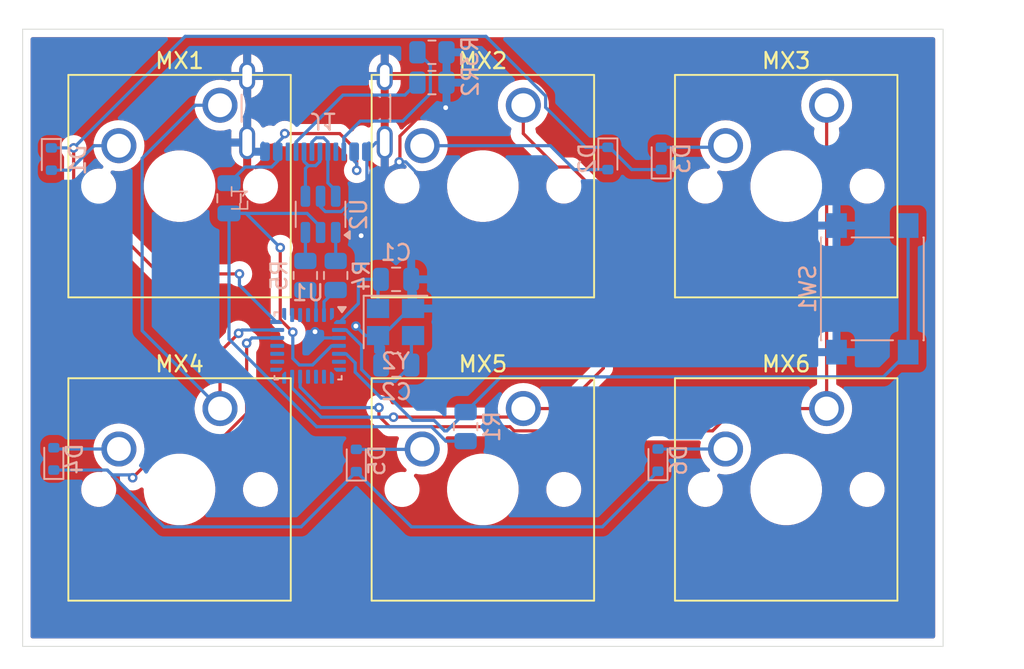
<source format=kicad_pcb>
(kicad_pcb (version 20240108) (generator "pcbnew") (generator_version "8.0")
  (layers (0 "F.Cu" signal) (31 "B.Cu" signal) (34 "B.Paste" user) (35 "F.Paste" user) (36 "B.SilkS" user "B.Silkscreen") (37 "F.SilkS" user "F.Silkscreen") (38 "B.Mask" user) (39 "F.Mask" user) (44 "Edge.Cuts" user))
  (net 0 "")
  (net 1 "GND")
  (net 2 "Net-(U1-PC14)")
  (net 3 "Net-(U1-PC15)")
  (net 4 "Net-(D1-A)")
  (net 5 "Net-(D1-K)")
  (net 6 "Net-(D2-A)")
  (net 7 "Net-(D3-A)")
  (net 8 "Net-(D4-K)")
  (net 9 "Net-(D4-A)")
  (net 10 "Net-(D5-A)")
  (net 11 "Net-(D6-A)")
  (net 12 "+5V")
  (net 13 "Net-(F1-Pad2)")
  (net 14 "Net-(J1-CC1)")
  (net 15 "Net-(J1-D--PadA7)")
  (net 16 "Net-(J1-CC2)")
  (net 17 "Net-(J1-D+-PadA6)")
  (net 18 "Net-(MX1-COL)")
  (net 19 "Net-(MX2-COL)")
  (net 20 "Net-(MX3-COL)")
  (net 21 "Net-(U1-PF2)")
  (net 22 "Net-(U1-PB7)")
  (net 23 "Net-(R4-Pad1)")
  (net 24 "Net-(R5-Pad1)")
  (net 25 "Net-(U1-PB6)")
  (footprint "Button_Switch_Keyboard:SW_Cherry_MX_1.00u_PCB" (layer "F.Cu") (at 145.9992 37.5412)
    (property "Reference" "MX3" (at -2.54 -2.794 0) (layer "F.SilkS"))
    (property "Value" "MX-NoLED")
    (fp_line (start -9.525 -1.905) (end 4.445 -1.905) (stroke (width 0.12)) (layer "F.SilkS"))
    (fp_line (start -9.525 12.065) (end -9.525 -1.905) (stroke (width 0.12)) (layer "F.SilkS"))
    (fp_line (start 4.445 -1.905) (end 4.445 12.065) (stroke (width 0.12)) (layer "F.SilkS"))
    (fp_line (start 4.445 12.065) (end -9.525 12.065) (stroke (width 0.12)) (layer "F.SilkS"))
    (pad "" np_thru_hole circle (at -7.62 5.08) (size 1.7 1.7) (drill 1.7) (layers "*.Cu" "*.Mask"))
    (pad "" np_thru_hole circle (at -2.54 5.08) (size 4 4) (drill 4) (layers "*.Cu" "*.Mask"))
    (pad "" np_thru_hole circle (at 2.54 5.08) (size 1.7 1.7) (drill 1.7) (layers "*.Cu" "*.Mask"))
    (pad "1" thru_hole circle (at 0 0) (size 2.2 2.2) (drill 1.5) (layers "*.Cu" "*.Mask") (net 20 "Net-(MX3-COL)"))
    (pad "2" thru_hole circle (at -6.35 2.54) (size 2.2 2.2) (drill 1.5) (layers "*.Cu" "*.Mask") (net 7 "Net-(D3-A)"))
  )
  (footprint "Button_Switch_Keyboard:SW_Cherry_MX_1.00u_PCB" (layer "F.Cu") (at 107.8992 37.5412)
    (property "Reference" "MX1" (at -2.54 -2.794 0) (layer "F.SilkS"))
    (property "Value" "MX-NoLED")
    (fp_line (start -9.525 -1.905) (end 4.445 -1.905) (stroke (width 0.12)) (layer "F.SilkS"))
    (fp_line (start -9.525 12.065) (end -9.525 -1.905) (stroke (width 0.12)) (layer "F.SilkS"))
    (fp_line (start 4.445 -1.905) (end 4.445 12.065) (stroke (width 0.12)) (layer "F.SilkS"))
    (fp_line (start 4.445 12.065) (end -9.525 12.065) (stroke (width 0.12)) (layer "F.SilkS"))
    (pad "" np_thru_hole circle (at -7.62 5.08) (size 1.7 1.7) (drill 1.7) (layers "*.Cu" "*.Mask"))
    (pad "" np_thru_hole circle (at -2.54 5.08) (size 4 4) (drill 4) (layers "*.Cu" "*.Mask"))
    (pad "" np_thru_hole circle (at 2.54 5.08) (size 1.7 1.7) (drill 1.7) (layers "*.Cu" "*.Mask"))
    (pad "1" thru_hole circle (at 0 0) (size 2.2 2.2) (drill 1.5) (layers "*.Cu" "*.Mask") (net 18 "Net-(MX1-COL)"))
    (pad "2" thru_hole circle (at -6.35 2.54) (size 2.2 2.2) (drill 1.5) (layers "*.Cu" "*.Mask") (net 4 "Net-(D1-A)"))
  )
  (footprint "Button_Switch_Keyboard:SW_Cherry_MX_1.00u_PCB" (layer "F.Cu") (at 126.9492 37.5412)
    (property "Reference" "MX2" (at -2.54 -2.794 0) (layer "F.SilkS"))
    (property "Value" "MX-NoLED")
    (fp_line (start -9.525 -1.905) (end 4.445 -1.905) (stroke (width 0.12)) (layer "F.SilkS"))
    (fp_line (start -9.525 12.065) (end -9.525 -1.905) (stroke (width 0.12)) (layer "F.SilkS"))
    (fp_line (start 4.445 -1.905) (end 4.445 12.065) (stroke (width 0.12)) (layer "F.SilkS"))
    (fp_line (start 4.445 12.065) (end -9.525 12.065) (stroke (width 0.12)) (layer "F.SilkS"))
    (pad "" np_thru_hole circle (at -7.62 5.08) (size 1.7 1.7) (drill 1.7) (layers "*.Cu" "*.Mask"))
    (pad "" np_thru_hole circle (at -2.54 5.08) (size 4 4) (drill 4) (layers "*.Cu" "*.Mask"))
    (pad "" np_thru_hole circle (at 2.54 5.08) (size 1.7 1.7) (drill 1.7) (layers "*.Cu" "*.Mask"))
    (pad "1" thru_hole circle (at 0 0) (size 2.2 2.2) (drill 1.5) (layers "*.Cu" "*.Mask") (net 19 "Net-(MX2-COL)"))
    (pad "2" thru_hole circle (at -6.35 2.54) (size 2.2 2.2) (drill 1.5) (layers "*.Cu" "*.Mask") (net 6 "Net-(D2-A)"))
  )
  (footprint "Button_Switch_Keyboard:SW_Cherry_MX_1.00u_PCB" (layer "F.Cu") (at 126.9492 56.5912)
    (property "Reference" "MX5" (at -2.54 -2.794 0) (layer "F.SilkS"))
    (property "Value" "MX-NoLED")
    (fp_line (start -9.525 -1.905) (end 4.445 -1.905) (stroke (width 0.12)) (layer "F.SilkS"))
    (fp_line (start -9.525 12.065) (end -9.525 -1.905) (stroke (width 0.12)) (layer "F.SilkS"))
    (fp_line (start 4.445 -1.905) (end 4.445 12.065) (stroke (width 0.12)) (layer "F.SilkS"))
    (fp_line (start 4.445 12.065) (end -9.525 12.065) (stroke (width 0.12)) (layer "F.SilkS"))
    (pad "" np_thru_hole circle (at -7.62 5.08) (size 1.7 1.7) (drill 1.7) (layers "*.Cu" "*.Mask"))
    (pad "" np_thru_hole circle (at -2.54 5.08) (size 4 4) (drill 4) (layers "*.Cu" "*.Mask"))
    (pad "" np_thru_hole circle (at 2.54 5.08) (size 1.7 1.7) (drill 1.7) (layers "*.Cu" "*.Mask"))
    (pad "1" thru_hole circle (at 0 0) (size 2.2 2.2) (drill 1.5) (layers "*.Cu" "*.Mask") (net 19 "Net-(MX2-COL)"))
    (pad "2" thru_hole circle (at -6.35 2.54) (size 2.2 2.2) (drill 1.5) (layers "*.Cu" "*.Mask") (net 10 "Net-(D5-A)"))
  )
  (footprint "Button_Switch_Keyboard:SW_Cherry_MX_1.00u_PCB" (layer "F.Cu") (at 107.8992 56.5912)
    (property "Reference" "MX4" (at -2.54 -2.794 0) (layer "F.SilkS"))
    (property "Value" "MX-NoLED")
    (fp_line (start -9.525 -1.905) (end 4.445 -1.905) (stroke (width 0.12)) (layer "F.SilkS"))
    (fp_line (start -9.525 12.065) (end -9.525 -1.905) (stroke (width 0.12)) (layer "F.SilkS"))
    (fp_line (start 4.445 -1.905) (end 4.445 12.065) (stroke (width 0.12)) (layer "F.SilkS"))
    (fp_line (start 4.445 12.065) (end -9.525 12.065) (stroke (width 0.12)) (layer "F.SilkS"))
    (pad "" np_thru_hole circle (at -7.62 5.08) (size 1.7 1.7) (drill 1.7) (layers "*.Cu" "*.Mask"))
    (pad "" np_thru_hole circle (at -2.54 5.08) (size 4 4) (drill 4) (layers "*.Cu" "*.Mask"))
    (pad "" np_thru_hole circle (at 2.54 5.08) (size 1.7 1.7) (drill 1.7) (layers "*.Cu" "*.Mask"))
    (pad "1" thru_hole circle (at 0 0) (size 2.2 2.2) (drill 1.5) (layers "*.Cu" "*.Mask") (net 18 "Net-(MX1-COL)"))
    (pad "2" thru_hole circle (at -6.35 2.54) (size 2.2 2.2) (drill 1.5) (layers "*.Cu" "*.Mask") (net 9 "Net-(D4-A)"))
  )
  (footprint "Button_Switch_Keyboard:SW_Cherry_MX_1.00u_PCB" (layer "F.Cu") (at 145.9992 56.5912)
    (property "Reference" "MX6" (at -2.54 -2.794 0) (layer "F.SilkS"))
    (property "Value" "MX-NoLED")
    (fp_line (start -9.525 -1.905) (end 4.445 -1.905) (stroke (width 0.12)) (layer "F.SilkS"))
    (fp_line (start -9.525 12.065) (end -9.525 -1.905) (stroke (width 0.12)) (layer "F.SilkS"))
    (fp_line (start 4.445 -1.905) (end 4.445 12.065) (stroke (width 0.12)) (layer "F.SilkS"))
    (fp_line (start 4.445 12.065) (end -9.525 12.065) (stroke (width 0.12)) (layer "F.SilkS"))
    (pad "" np_thru_hole circle (at -7.62 5.08) (size 1.7 1.7) (drill 1.7) (layers "*.Cu" "*.Mask"))
    (pad "" np_thru_hole circle (at -2.54 5.08) (size 4 4) (drill 4) (layers "*.Cu" "*.Mask"))
    (pad "" np_thru_hole circle (at 2.54 5.08) (size 1.7 1.7) (drill 1.7) (layers "*.Cu" "*.Mask"))
    (pad "1" thru_hole circle (at 0 0) (size 2.2 2.2) (drill 1.5) (layers "*.Cu" "*.Mask") (net 20 "Net-(MX3-COL)"))
    (pad "2" thru_hole circle (at -6.35 2.54) (size 2.2 2.2) (drill 1.5) (layers "*.Cu" "*.Mask") (net 11 "Net-(D6-A)"))
  )
  (footprint "Resistor_SMD:R_0805_2012Metric" (layer "B.Cu") (at 121.2107 36.1188 180)
    (property "Reference" "R2" (at -2.4111 0.0762 90) (layer "B.SilkS") (effects (justify mirror)))
    (property "Value" "5K1")
    (fp_line (start 0.227064 0.735) (end -0.227064 0.735) (stroke (width 0.12)) (layer "B.SilkS"))
    (fp_line (start 0.227064 -0.735) (end -0.227064 -0.735) (stroke (width 0.12)) (layer "B.SilkS"))
    (pad "1" smd roundrect (at -0.9125 0 180) (size 1.025 1.4) (layers "B.Cu" "B.Paste" "B.Mask") (roundrect_rratio 0.243902) (net 1 "GND"))
    (pad "2" smd roundrect (at 0.9125 0 180) (size 1.025 1.4) (layers "B.Cu" "B.Paste" "B.Mask") (roundrect_rratio 0.243902) (net 14 "Net-(J1-CC1)"))
  )
  (footprint "other_components:PF0805" (layer "B.Cu") (at 108.585 43.3832 90)
    (property "Reference" "F1" (at 0 0.499999 -90) (layer "B.SilkS") (effects (font (thickness 0.1)) (justify mirror)))
    (property "Value" "Polyfuse_Small")
    (fp_line (start 0.261252 -0.855) (end -0.261252 -0.855) (stroke (width 0.12)) (layer "B.SilkS"))
    (fp_line (start 0.261252 0.615) (end -0.261252 0.615) (stroke (width 0.12)) (layer "B.SilkS"))
    (pad "1" smd roundrect (at -0.95 -0.12 90) (size 1 1.45) (layers "B.Cu" "B.Paste" "B.Mask") (net 12 "+5V"))
    (pad "2" smd roundrect (at 0.95 -0.12 90) (size 1 1.45) (layers "B.Cu" "B.Paste" "B.Mask") (net 13 "Net-(F1-Pad2)"))
  )
  (footprint "Resistor_SMD:R_0805_2012Metric" (layer "B.Cu") (at 113.2586 48.2327 -90)
    (property "Reference" "R5" (at 0 1.65 90) (layer "B.SilkS") (effects (justify mirror)))
    (property "Value" "22")
    (fp_line (start 0.227064 0.735) (end -0.227064 0.735) (stroke (width 0.12)) (layer "B.SilkS"))
    (fp_line (start 0.227064 -0.735) (end -0.227064 -0.735) (stroke (width 0.12)) (layer "B.SilkS"))
    (pad "1" smd roundrect (at -0.9125 0 270) (size 1.025 1.4) (layers "B.Cu" "B.Paste" "B.Mask") (roundrect_rratio 0.243902) (net 24 "Net-(R5-Pad1)"))
    (pad "2" smd roundrect (at 0.9125 0 270) (size 1.025 1.4) (layers "B.Cu" "B.Paste" "B.Mask") (roundrect_rratio 0.243902) (net 25 "Net-(U1-PB6)"))
  )
  (footprint "Diode_SMD:D_SOD-523" (layer "B.Cu") (at 97.4598 59.752 90)
    (property "Reference" "D4" (at 0 1.3 90) (layer "B.SilkS") (effects (justify mirror)))
    (property "Value" "1N4148WT")
    (fp_line (start -1.26 -0.600001) (end 0.7 -0.6) (stroke (width 0.12)) (layer "B.SilkS"))
    (fp_line (start -1.26 -0.600001) (end -1.26 0.600001) (stroke (width 0.12)) (layer "B.SilkS"))
    (fp_line (start -1.26 0.600001) (end 0.7 0.6) (stroke (width 0.12)) (layer "B.SilkS"))
    (pad "1" smd roundrect (at -0.7 0 270) (size 0.6 0.7) (layers "B.Cu" "B.Paste" "B.Mask") (net 8 "Net-(D4-K)"))
    (pad "2" smd roundrect (at 0.7 0 270) (size 0.6 0.7) (layers "B.Cu" "B.Paste" "B.Mask") (net 9 "Net-(D4-A)"))
  )
  (footprint "Diode_SMD:D_SOD-523" (layer "B.Cu") (at 116.459 59.8536 90)
    (property "Reference" "D5" (at 0 1.3 90) (layer "B.SilkS") (effects (justify mirror)))
    (property "Value" "1N4148WT")
    (fp_line (start -1.26 -0.600001) (end 0.7 -0.6) (stroke (width 0.12)) (layer "B.SilkS"))
    (fp_line (start -1.26 -0.600001) (end -1.26 0.600001) (stroke (width 0.12)) (layer "B.SilkS"))
    (fp_line (start -1.26 0.600001) (end 0.7 0.6) (stroke (width 0.12)) (layer "B.SilkS"))
    (pad "1" smd roundrect (at -0.7 0 270) (size 0.6 0.7) (layers "B.Cu" "B.Paste" "B.Mask") (net 8 "Net-(D4-K)"))
    (pad "2" smd roundrect (at 0.7 0 270) (size 0.6 0.7) (layers "B.Cu" "B.Paste" "B.Mask") (net 10 "Net-(D5-A)"))
  )
  (footprint "Diode_SMD:D_SOD-523" (layer "B.Cu") (at 135.4074 59.8282 90)
    (property "Reference" "D6" (at 0 1.3 90) (layer "B.SilkS") (effects (justify mirror)))
    (property "Value" "1N4148WT")
    (fp_line (start -1.26 -0.600001) (end 0.7 -0.6) (stroke (width 0.12)) (layer "B.SilkS"))
    (fp_line (start -1.26 -0.600001) (end -1.26 0.600001) (stroke (width 0.12)) (layer "B.SilkS"))
    (fp_line (start -1.26 0.600001) (end 0.7 0.6) (stroke (width 0.12)) (layer "B.SilkS"))
    (pad "1" smd roundrect (at -0.7 0 270) (size 0.6 0.7) (layers "B.Cu" "B.Paste" "B.Mask") (net 8 "Net-(D4-K)"))
    (pad "2" smd roundrect (at 0.7 0 270) (size 0.6 0.7) (layers "B.Cu" "B.Paste" "B.Mask") (net 11 "Net-(D6-A)"))
  )
  (footprint "Connector_USB:USB_C_Receptacle_GCT_USB4105-xx-A_16P_TopMnt_Horizontal" (layer "B.Cu") (at 113.9246 36.7792)
    (property "Reference" "J1" (at 0.477 1.7526 180) (layer "B.SilkS") (effects (justify mirror)))
    (property "Value" "USB_C_Receptacle_USB2.0_14P")
    (fp_line (start -4.67 1.8) (end -4.67 0.1) (stroke (width 0.12)) (layer "B.SilkS"))
    (fp_line (start 4.67 1.8) (end 4.67 0.1) (stroke (width 0.12)) (layer "B.SilkS"))
    (pad "" np_thru_hole circle (at -2.89 2.605) (size 0.65 0.65) (drill 0.65) (layers "F&B.Cu" "*.Mask"))
    (pad "" np_thru_hole circle (at 2.89 2.605) (size 0.65 0.65) (drill 0.65) (layers "F&B.Cu" "*.Mask"))
    (pad "A1" smd roundrect (at -3.2 3.68) (size 0.6 1.15) (layers "B.Cu" "B.Paste" "B.Mask") (net 1 "GND"))
    (pad "A4" smd roundrect (at -2.4 3.68) (size 0.6 1.15) (layers "B.Cu" "B.Paste" "B.Mask") (net 13 "Net-(F1-Pad2)"))
    (pad "A5" smd roundrect (at -1.25 3.679999) (size 0.3 1.15) (layers "B.Cu" "B.Paste" "B.Mask") (net 14 "Net-(J1-CC1)"))
    (pad "A6" smd roundrect (at -0.25 3.68) (size 0.3 1.15) (layers "B.Cu" "B.Paste" "B.Mask") (net 17 "Net-(J1-D+-PadA6)"))
    (pad "A7" smd roundrect (at 0.25 3.68) (size 0.3 1.15) (layers "B.Cu" "B.Paste" "B.Mask") (net 15 "Net-(J1-D--PadA7)"))
    (pad "A8" smd roundrect (at 1.25 3.679999) (size 0.3 1.15) (layers "B.Cu" "B.Paste" "B.Mask"))
    (pad "A9" smd roundrect (at 2.4 3.68) (size 0.6 1.15) (layers "B.Cu" "B.Paste" "B.Mask") (net 13 "Net-(F1-Pad2)"))
    (pad "A12" smd roundrect (at 3.2 3.68) (size 0.6 1.15) (layers "B.Cu" "B.Paste" "B.Mask") (net 1 "GND"))
    (pad "B1" smd roundrect (at 3.2 3.68) (size 0.6 1.15) (layers "B.Cu" "B.Paste" "B.Mask") (net 1 "GND"))
    (pad "B4" smd roundrect (at 2.4 3.68) (size 0.6 1.15) (layers "B.Cu" "B.Paste" "B.Mask") (net 13 "Net-(F1-Pad2)"))
    (pad "B5" smd roundrect (at 1.75 3.68) (size 0.3 1.15) (layers "B.Cu" "B.Paste" "B.Mask") (net 16 "Net-(J1-CC2)"))
    (pad "B6" smd roundrect (at 0.75 3.68) (size 0.3 1.15) (layers "B.Cu" "B.Paste" "B.Mask") (net 17 "Net-(J1-D+-PadA6)"))
    (pad "B7" smd roundrect (at -0.75 3.68) (size 0.3 1.15) (layers "B.Cu" "B.Paste" "B.Mask") (net 15 "Net-(J1-D--PadA7)"))
    (pad "B8" smd roundrect (at -1.75 3.68) (size 0.3 1.15) (layers "B.Cu" "B.Paste" "B.Mask"))
    (pad "B9" smd roundrect (at -2.4 3.68) (size 0.6 1.15) (layers "B.Cu" "B.Paste" "B.Mask") (net 13 "Net-(F1-Pad2)"))
    (pad "B12" smd roundrect (at -3.2 3.68) (size 0.6 1.15) (layers "B.Cu" "B.Paste" "B.Mask") (net 1 "GND"))
    (pad "S1" thru_hole oval (at -4.32 -1.075) (size 1 1.8) (drill oval 0.6 1.4) (layers "*.Cu" "*.Mask" "B.Paste") (net 1 "GND"))
    (pad "S1" thru_hole oval (at -4.32 3.105) (size 1 2.1) (drill oval 0.6 1.7) (layers "*.Cu" "*.Mask" "B.Paste") (net 1 "GND"))
    (pad "S1" thru_hole oval (at 4.32 -1.075) (size 1 1.8) (drill oval 0.6 1.4) (layers "*.Cu" "*.Mask" "B.Paste") (net 1 "GND"))
    (pad "S1" thru_hole oval (at 4.32 3.105) (size 1 2.1) (drill oval 0.6 1.7) (layers "*.Cu" "*.Mask" "B.Paste") (net 1 "GND"))
  )
  (footprint "Capacitor_SMD:C_0805_2012Metric" (layer "B.Cu") (at 118.956 48.475 180)
    (property "Reference" "C1" (at 0 1.68 0) (layer "B.SilkS") (effects (justify mirror)))
    (property "Value" "22pF")
    (fp_line (start 0.261252 0.735) (end -0.261252 0.735) (stroke (width 0.12)) (layer "B.SilkS"))
    (fp_line (start 0.261252 -0.735) (end -0.261252 -0.735) (stroke (width 0.12)) (layer "B.SilkS"))
    (pad "1" smd roundrect (at -0.95 0 180) (size 1 1.45) (layers "B.Cu" "B.Paste" "B.Mask") (net 1 "GND"))
    (pad "2" smd roundrect (at 0.95 0 180) (size 1 1.45) (layers "B.Cu" "B.Paste" "B.Mask") (net 2 "Net-(U1-PC14)"))
  )
  (footprint "Crystal:Crystal_SMD_3225-4Pin_3.2x2.5mm" (layer "B.Cu") (at 118.9228 51.1556)
    (property "Reference" "Y2" (at 0 2.450001 0) (layer "B.SilkS") (effects (justify mirror)))
    (property "Value" "16MHz")
    (fp_line (start -2 -1.65) (end -2 1.65) (stroke (width 0.12)) (layer "B.SilkS"))
    (fp_line (start 2 -1.65) (end -2 -1.65) (stroke (width 0.12)) (layer "B.SilkS"))
    (pad "1" smd rect (at -1.1 -0.85) (size 1.4 1.2) (layers "B.Cu" "B.Paste" "B.Mask") (net 2 "Net-(U1-PC14)"))
    (pad "2" smd rect (at 1.1 -0.85) (size 1.4 1.2) (layers "B.Cu" "B.Paste" "B.Mask") (net 1 "GND"))
    (pad "3" smd rect (at 1.1 0.85) (size 1.4 1.2) (layers "B.Cu" "B.Paste" "B.Mask") (net 3 "Net-(U1-PC15)"))
    (pad "4" smd rect (at -1.1 0.85) (size 1.4 1.2) (layers "B.Cu" "B.Paste" "B.Mask") (net 1 "GND"))
  )
  (footprint "Package_TO_SOT_SMD:SOT-23-6" (layer "B.Cu") (at 114.213601 44.3937 90)
    (property "Reference" "U2" (at 0 2.4 90) (layer "B.SilkS") (effects (justify mirror)))
    (property "Value" "USBLC6-2SC6")
    (fp_line (start 0.8 -1.56) (end 0 -1.560001) (stroke (width 0.12)) (layer "B.SilkS"))
    (fp_line (start -0.8 -1.56) (end 0 -1.560001) (stroke (width 0.12)) (layer "B.SilkS"))
    (fp_line (start 0.8 1.56) (end 0 1.560001) (stroke (width 0.12)) (layer "B.SilkS"))
    (fp_line (start -0.8 1.56) (end 0 1.560001) (stroke (width 0.12)) (layer "B.SilkS"))
    (fp_poly (pts (xy -1.3 1.51) (xy -1.54 1.84) (xy -1.06 1.84) (xy -1.3 1.51)) (stroke (width 0.12)) (fill solid) (layer "B.SilkS"))
    (pad "1" smd roundrect (at -1.1375 0.949999 90) (size 1.325 0.6) (layers "B.Cu" "B.Paste" "B.Mask") (net 23 "Net-(R4-Pad1)"))
    (pad "2" smd roundrect (at -1.1375 0 90) (size 1.325 0.6) (layers "B.Cu" "B.Paste" "B.Mask") (net 12 "+5V"))
    (pad "3" smd roundrect (at -1.1375 -0.949999 90) (size 1.325 0.6) (layers "B.Cu" "B.Paste" "B.Mask") (net 24 "Net-(R5-Pad1)"))
    (pad "4" smd roundrect (at 1.1375 -0.949999 90) (size 1.325 0.6) (layers "B.Cu" "B.Paste" "B.Mask") (net 15 "Net-(J1-D--PadA7)"))
    (pad "5" smd roundrect (at 1.1375 0 90) (size 1.325 0.6) (layers "B.Cu" "B.Paste" "B.Mask") (net 1 "GND"))
    (pad "6" smd roundrect (at 1.1375 0.949999 90) (size 1.325 0.6) (layers "B.Cu" "B.Paste" "B.Mask") (net 17 "Net-(J1-D+-PadA6)"))
  )
  (footprint "Capacitor_SMD:C_0805_2012Metric" (layer "B.Cu") (at 118.9712 53.8598)
    (property "Reference" "C2" (at 0 1.679999 0) (layer "B.SilkS") (effects (justify mirror)))
    (property "Value" "22pF")
    (fp_line (start 0.261253 -0.735) (end -0.261253 -0.735) (stroke (width 0.12)) (layer "B.SilkS"))
    (fp_line (start 0.261253 0.735) (end -0.261253 0.735) (stroke (width 0.12)) (layer "B.SilkS"))
    (pad "1" smd roundrect (at -0.949999 0) (size 1 1.45) (layers "B.Cu" "B.Paste" "B.Mask") (net 1 "GND"))
    (pad "2" smd roundrect (at 0.949999 0) (size 1 1.45) (layers "B.Cu" "B.Paste" "B.Mask") (net 3 "Net-(U1-PC15)"))
  )
  (footprint "Diode_SMD:D_SOD-523" (layer "B.Cu") (at 135.6106 40.8798 90)
    (property "Reference" "D3" (at 0 1.3 90) (layer "B.SilkS") (effects (justify mirror)))
    (property "Value" "1N4148WT")
    (fp_line (start -1.26 -0.600001) (end 0.7 -0.6) (stroke (width 0.12)) (layer "B.SilkS"))
    (fp_line (start -1.26 -0.600001) (end -1.26 0.600001) (stroke (width 0.12)) (layer "B.SilkS"))
    (fp_line (start -1.26 0.600001) (end 0.7 0.6) (stroke (width 0.12)) (layer "B.SilkS"))
    (pad "1" smd roundrect (at -0.7 0 270) (size 0.6 0.7) (layers "B.Cu" "B.Paste" "B.Mask") (net 5 "Net-(D1-K)"))
    (pad "2" smd roundrect (at 0.7 0 270) (size 0.6 0.7) (layers "B.Cu" "B.Paste" "B.Mask") (net 7 "Net-(D3-A)"))
  )
  (footprint "Diode_SMD:D_SOD-523" (layer "B.Cu") (at 97.3074 40.9194 -90)
    (property "Reference" "D1" (at 0.0508 -1.651 90) (layer "B.SilkS") (effects (justify mirror)))
    (property "Value" "1N4148WT")
    (fp_line (start -1.26 0.600001) (end 0.7 0.6) (stroke (width 0.12)) (layer "B.SilkS"))
    (fp_line (start -1.26 -0.600001) (end -1.26 0.600001) (stroke (width 0.12)) (layer "B.SilkS"))
    (fp_line (start -1.26 -0.600001) (end 0.7 -0.6) (stroke (width 0.12)) (layer "B.SilkS"))
    (pad "1" smd roundrect (at -0.7 0 90) (size 0.6 0.7) (layers "B.Cu" "B.Paste" "B.Mask") (net 5 "Net-(D1-K)"))
    (pad "2" smd roundrect (at 0.7 0 90) (size 0.6 0.7) (layers "B.Cu" "B.Paste" "B.Mask") (net 4 "Net-(D1-A)"))
  )
  (footprint "Diode_SMD:D_SOD-523" (layer "B.Cu") (at 132.2578 40.8828 -90)
    (property "Reference" "D2" (at 0 1.3 90) (layer "B.SilkS") (effects (justify mirror)))
    (property "Value" "1N4148WT")
    (fp_line (start -1.26 0.600001) (end 0.7 0.6) (stroke (width 0.12)) (layer "B.SilkS"))
    (fp_line (start -1.26 -0.600001) (end -1.26 0.600001) (stroke (width 0.12)) (layer "B.SilkS"))
    (fp_line (start -1.26 -0.600001) (end 0.7 -0.6) (stroke (width 0.12)) (layer "B.SilkS"))
    (pad "1" smd roundrect (at -0.7 0 90) (size 0.6 0.7) (layers "B.Cu" "B.Paste" "B.Mask") (net 5 "Net-(D1-K)"))
    (pad "2" smd roundrect (at 0.7 0 90) (size 0.6 0.7) (layers "B.Cu" "B.Paste" "B.Mask") (net 6 "Net-(D2-A)"))
  )
  (footprint "Resistor_SMD:R_0805_2012Metric" (layer "B.Cu") (at 115.1636 48.2327 -90)
    (property "Reference" "R4" (at 0 -1.6256 -90) (layer "B.SilkS") (effects (justify mirror)))
    (property "Value" "22")
    (fp_line (start 0.227064 0.735) (end -0.227064 0.735) (stroke (width 0.12)) (layer "B.SilkS"))
    (fp_line (start 0.227064 -0.735) (end -0.227064 -0.735) (stroke (width 0.12)) (layer "B.SilkS"))
    (pad "1" smd roundrect (at -0.9125 0 270) (size 1.025 1.4) (layers "B.Cu" "B.Paste" "B.Mask") (roundrect_rratio 0.243902) (net 23 "Net-(R4-Pad1)"))
    (pad "2" smd roundrect (at 0.9125 0 270) (size 1.025 1.4) (layers "B.Cu" "B.Paste" "B.Mask") (roundrect_rratio 0.243902) (net 22 "Net-(U1-PB7)"))
  )
  (footprint "Resistor_SMD:R_0805_2012Metric" (layer "B.Cu") (at 121.2107 34.2138 180)
    (property "Reference" "R3" (at -2.3857 0.0508 90) (layer "B.SilkS") (effects (justify mirror)))
    (property "Value" "5K1")
    (fp_line (start 0.227064 0.735) (end -0.227064 0.735) (stroke (width 0.12)) (layer "B.SilkS"))
    (fp_line (start 0.227064 -0.735) (end -0.227064 -0.735) (stroke (width 0.12)) (layer "B.SilkS"))
    (pad "1" smd roundrect (at -0.9125 0 180) (size 1.025 1.4) (layers "B.Cu" "B.Paste" "B.Mask") (roundrect_rratio 0.243902) (net 1 "GND"))
    (pad "2" smd roundrect (at 0.9125 0 180) (size 1.025 1.4) (layers "B.Cu" "B.Paste" "B.Mask") (roundrect_rratio 0.243902) (net 16 "Net-(J1-CC2)"))
  )
  (footprint "Package_DFN_QFN:QFN-28_4x4mm_P0.5mm" (layer "B.Cu") (at 113.429301 52.6542 180)
    (property "Reference" "U1" (at 0 3.330001 0) (layer "B.SilkS") (effects (justify mirror)))
    (property "Value" "STM32G031G8Ux")
    (fp_line (start 2.11 2.11) (end 1.885 2.11) (stroke (width 0.12)) (layer "B.SilkS"))
    (fp_line (start 2.11 1.885) (end 2.11 2.11) (stroke (width 0.12)) (layer "B.SilkS"))
    (fp_line (start 2.11 -1.885) (end 2.11 -2.11) (stroke (width 0.12)) (layer "B.SilkS"))
    (fp_line (start 2.11 -2.11) (end 1.885 -2.11) (stroke (width 0.12)) (layer "B.SilkS"))
    (fp_line (start -2.11 -1.885) (end -2.11 -2.11) (stroke (width 0.12)) (layer "B.SilkS"))
    (fp_line (start -2.11 -2.11) (end -1.885 -2.11) (stroke (width 0.12)) (layer "B.SilkS"))
    (fp_poly (pts (xy -2.13 2.11) (xy -2.370001 2.44) (xy -1.89 2.44) (xy -2.13 2.11)) (stroke (width 0.12)) (fill solid) (layer "B.SilkS"))
    (pad "1" smd custom (at -1.9975 1.5 180) (size 0.136863 0.136863) (layers "B.Cu" "B.Paste" "B.Mask") (net 2 "Net-(U1-PC14)") (options (clearance outline) (anchor circle)) (primitives (gr_poly (pts (xy -0.3325 0.08) (xy 0.19886 0.08) (xy 0.3325 -0.05364) (xy 0.3325 -0.08) (xy -0.3325 -0.08)) (width 0.09) (fill yes))))
    (pad "2" smd roundrect (at -1.9375 1 180) (size 0.875 0.25) (layers "B.Cu" "B.Paste" "B.Mask") (net 3 "Net-(U1-PC15)"))
    (pad "3" smd roundrect (at -1.9375 0.5 180) (size 0.875 0.25) (layers "B.Cu" "B.Paste" "B.Mask") (net 1 "GND"))
    (pad "4" smd roundrect (at -1.937499 0 180) (size 0.875 0.25) (layers "B.Cu" "B.Paste" "B.Mask") (net 12 "+5V"))
    (pad "5" smd roundrect (at -1.9375 -0.5 180) (size 0.875 0.25) (layers "B.Cu" "B.Paste" "B.Mask") (net 21 "Net-(U1-PF2)"))
    (pad "6" smd roundrect (at -1.9375 -1 180) (size 0.875 0.25) (layers "B.Cu" "B.Paste" "B.Mask"))
    (pad "7" smd custom (at -1.9975 -1.5 180) (size 0.136863 0.136863) (layers "B.Cu" "B.Paste" "B.Mask") (options (clearance outline) (anchor circle)) (primitives (gr_poly (pts (xy -0.3325 0.08) (xy 0.3325 0.08) (xy 0.3325 0.05364) (xy 0.19886 -0.08) (xy -0.3325 -0.08)) (width 0.09) (fill yes))))
    (pad "8" smd custom (at -1.5 -1.9975 180) (size 0.136863 0.136863) (layers "B.Cu" "B.Paste" "B.Mask") (options (clearance outline) (anchor circle)) (primitives (gr_poly (pts (xy -0.08 0.19886) (xy 0.05364 0.3325) (xy 0.08 0.3325) (xy 0.08 -0.3325) (xy -0.08 -0.3325)) (width 0.09) (fill yes))))
    (pad "9" smd roundrect (at -1 -1.9375 180) (size 0.25 0.875) (layers "B.Cu" "B.Paste" "B.Mask"))
    (pad "10" smd roundrect (at -0.5 -1.9375 180) (size 0.25 0.875) (layers "B.Cu" "B.Paste" "B.Mask"))
    (pad "11" smd roundrect (at 0 -1.937499 180) (size 0.25 0.875) (layers "B.Cu" "B.Paste" "B.Mask"))
    (pad "12" smd roundrect (at 0.5 -1.9375 180) (size 0.25 0.875) (layers "B.Cu" "B.Paste" "B.Mask") (net 20 "Net-(MX3-COL)"))
    (pad "13" smd roundrect (at 1 -1.9375 180) (size 0.25 0.875) (layers "B.Cu" "B.Paste" "B.Mask") (net 19 "Net-(MX2-COL)"))
    (pad "14" smd custom (at 1.5 -1.9975 180) (size 0.136863 0.136863) (layers "B.Cu" "B.Paste" "B.Mask") (options (clearance outline) (anchor circle)) (primitives (gr_poly (pts (xy -0.08 0.3325) (xy -0.05364 0.3325) (xy 0.08 0.19886) (xy 0.08 -0.3325) (xy -0.08 -0.3325)) (width 0.09) (fill yes))))
    (pad "15" smd custom (at 1.9975 -1.5 180) (size 0.136863 0.136863) (layers "B.Cu" "B.Paste" "B.Mask") (options (clearance outline) (anchor circle)) (primitives (gr_poly (pts (xy -0.3325 0.08) (xy 0.3325 0.08) (xy 0.3325 -0.08) (xy -0.19886 -0.08) (xy -0.3325 0.05364)) (width 0.09) (fill yes))))
    (pad "16" smd roundrect (at 1.9375 -1 180) (size 0.875 0.25) (layers "B.Cu" "B.Paste" "B.Mask"))
    (pad "17" smd roundrect (at 1.9375 -0.5 180) (size 0.875 0.25) (layers "B.Cu" "B.Paste" "B.Mask"))
    (pad "18" smd roundrect (at 1.937499 0 180) (size 0.875 0.25) (layers "B.Cu" "B.Paste" "B.Mask"))
    (pad "19" smd roundrect (at 1.9375 0.5 180) (size 0.875 0.25) (layers "B.Cu" "B.Paste" "B.Mask") (net 8 "Net-(D4-K)"))
    (pad "20" smd roundrect (at 1.9375 1 180) (size 0.875 0.25) (layers "B.Cu" "B.Paste" "B.Mask") (net 18 "Net-(MX1-COL)"))
    (pad "21" smd custom (at 1.9975 1.5 180) (size 0.136863 0.136863) (layers "B.Cu" "B.Paste" "B.Mask") (net 5 "Net-(D1-K)") (options (clearance outline) (anchor circle)) (primitives (gr_poly (pts (xy -0.3325 -0.05364) (xy -0.19886 0.08) (xy 0.3325 0.08) (xy 0.3325 -0.08) (xy -0.3325 -0.08)) (width 0.09) (fill yes))))
    (pad "22" smd custom (at 1.5 1.9975 180) (size 0.136863 0.136863) (layers "B.Cu" "B.Paste" "B.Mask") (options (clearance outline) (anchor circle)) (primitives (gr_poly (pts (xy -0.08 0.3325) (xy 0.08 0.3325) (xy 0.08 -0.19886) (xy -0.05364 -0.3325) (xy -0.08 -0.3325)) (width 0.09) (fill yes))))
    (pad "23" smd roundrect (at 1 1.9375 180) (size 0.25 0.875) (layers "B.Cu" "B.Paste" "B.Mask"))
    (pad "24" smd roundrect (at 0.5 1.9375 180) (size 0.25 0.875) (layers "B.Cu" "B.Paste" "B.Mask"))
    (pad "25" smd roundrect (at 0 1.937499 180) (size 0.25 0.875) (layers "B.Cu" "B.Paste" "B.Mask"))
    (pad "26" smd roundrect (at -0.5 1.9375 180) (size 0.25 0.875) (layers "B.Cu" "B.Paste" "B.Mask") (net 25 "Net-(U1-PB6)"))
    (pad "27" smd roundrect (at -1 1.9375 180) (size 0.25 0.875) (layers "B.Cu" "B.Paste" "B.Mask") (net 22 "Net-(U1-PB7)"))
    (pad "28" smd custom (at -1.5 1.9975 180) (size 0.136863 0.136863) (layers "B.Cu" "B.Paste" "B.Mask") (options (clearance outline) (anchor circle)) (primitives (gr_poly (pts (xy -0.08 0.3325) (xy 0.08 0.3325) (xy 0.08 -0.3325) (xy 0.05364 -0.3325) (xy -0.08 -0.19886)) (width 0.09) (fill yes))))
  )
  (footprint "Resistor_SMD:R_0805_2012Metric" (layer "B.Cu") (at 123.325 57.725 90)
    (property "Reference" "R1" (at 0 1.65 90) (layer "B.SilkS") (effects (justify mirror)))
    (property "Value" "10K")
    (fp_line (start 0.227064 -0.735) (end -0.227064 -0.735) (stroke (width 0.12)) (layer "B.SilkS"))
    (fp_line (start 0.227064 0.735) (end -0.227064 0.735) (stroke (width 0.12)) (layer "B.SilkS"))
    (pad "1" smd roundrect (at -0.9125 0 90) (size 1.025 1.4) (layers "B.Cu" "B.Paste" "B.Mask") (roundrect_rratio 0.243902) (net 12 "+5V"))
    (pad "2" smd roundrect (at 0.9125 0 90) (size 1.025 1.4) (layers "B.Cu" "B.Paste" "B.Mask") (roundrect_rratio 0.243902) (net 21 "Net-(U1-PF2)"))
  )
  (footprint "Button_Switch_SMD:SW_Push_1P1T_NO_6x6mm_H9.5mm" (layer "B.Cu") (at 148.8694 49.0728 -90)
    (property "Reference" "SW1" (at 0 4.049999 90) (layer "B.SilkS") (effects (justify mirror)))
    (property "Value" "SW_Push")
    (fp_line (start -3.23 3.23) (end -3.23 3.2) (stroke (width 0.12)) (layer "B.SilkS"))
    (fp_line (start 3.23 3.23) (end -3.23 3.23) (stroke (width 0.12)) (layer "B.SilkS"))
    (fp_line (start 3.23 3.2) (end 3.23 3.23) (stroke (width 0.12)) (layer "B.SilkS"))
    (fp_line (start -3.23 -1.3) (end -3.23 1.3) (stroke (width 0.12)) (layer "B.SilkS"))
    (fp_line (start 3.23 -1.3) (end 3.23 1.3) (stroke (width 0.12)) (layer "B.SilkS"))
    (fp_line (start -3.23 -3.2) (end -3.23 -3.23) (stroke (width 0.12)) (layer "B.SilkS"))
    (fp_line (start 3.23 -3.2) (end 3.23 -3.23) (stroke (width 0.12)) (layer "B.SilkS"))
    (fp_line (start 3.23 -3.23) (end -3.23 -3.23) (stroke (width 0.12)) (layer "B.SilkS"))
    (pad "1" smd rect (at -3.975 2.25 270) (size 1.55 1.3) (layers "B.Cu" "B.Paste" "B.Mask") (net 1 "GND"))
    (pad "1" smd rect (at 3.975 2.25 270) (size 1.55 1.3) (layers "B.Cu" "B.Paste" "B.Mask") (net 1 "GND"))
    (pad "2" smd rect (at -3.975 -2.25 270) (size 1.55 1.3) (layers "B.Cu" "B.Paste" "B.Mask") (net 21 "Net-(U1-PF2)"))
    (pad "2" smd rect (at 3.975 -2.25 270) (size 1.55 1.3) (layers "B.Cu" "B.Paste" "B.Mask") (net 21 "Net-(U1-PF2)"))
  )
  (gr_line (start 95.504 32.766) (end 153.3144 32.766) (stroke (width 0.05)) (layer "Edge.Cuts"))
  (gr_line (start 153.3144 32.766) (end 153.3144 71.5264) (stroke (width 0.05)) (layer "Edge.Cuts"))
  (gr_line (start 95.504 71.5264) (end 95.504 32.766) (stroke (width 0.05)) (layer "Edge.Cuts"))
  (gr_line (start 153.3144 71.5264) (end 95.504 71.5264) (stroke (width 0.05)) (layer "Edge.Cuts"))
  (segment (start 119.1992 41.054144) (end 119.1992 39.4746) (width 0.2) (layer "F.Cu") (net 1))
  (segment (start 113.8682 51.7652) (end 116.7638 48.8696) (width 0.2) (layer "F.Cu") (net 1))
  (segment (start 119.1992 39.4746) (end 120.9802 37.6936) (width 0.2) (layer "F.Cu") (net 1))
  (segment (start 114.2238 51.4096) (end 113.8682 51.7652) (width 0.2) (layer "F.Cu") (net 1))
  (segment (start 116.7638 48.8696) (end 116.7638 45.732797) (width 0.2) (layer "F.Cu") (net 1))
  (segment (start 120.9802 37.6936) (end 122.0724 37.6936) (width 0.2) (layer "F.Cu") (net 1))
  (segment (start 118.2446 35.7042) (end 118.2446 39.8842) (width 0.2) (layer "F.Cu") (net 1))
  (segment (start 116.4336 51.4096) (end 114.2238 51.4096) (width 0.2) (layer "F.Cu") (net 1))
  (segment (start 116.7638 45.732797) (end 116.7638 43.489544) (width 0.2) (layer "F.Cu") (net 1))
  (segment (start 116.7638 43.489544) (end 119.153772 41.099572) (width 0.2) (layer "F.Cu") (net 1))
  (segment (start 119.153772 41.099572) (end 119.1992 41.054144) (width 0.2) (layer "F.Cu") (net 1))
  (via (at 113.8682 51.7652) (size 0.6) (drill 0.3) (layers "F.Cu" "B.Cu") (net 1))
  (via (at 119.153772 41.099572) (size 0.6) (drill 0.3) (layers "F.Cu" "B.Cu") (net 1))
  (via (at 122.0724 37.6936) (size 0.6) (drill 0.3) (layers "F.Cu" "B.Cu") (net 1))
  (via (at 116.4336 51.4096) (size 0.6) (drill 0.3) (layers "F.Cu" "B.Cu") (net 1))
  (via (at 116.7638 45.732797) (size 0.6) (drill 0.3) (layers "F.Cu" "B.Cu") (net 1))
  (segment (start 117.0296 52.0056) (end 116.4336 51.4096) (width 0.2) (layer "B.Cu") (net 1))
  (segment (start 109.6046 39.8842) (end 109.6046 35.7042) (width 0.2) (layer "B.Cu") (net 1))
  (segment (start 110.1796 40.4592) (end 109.6046 39.8842) (width 0.2) (layer "B.Cu") (net 1))
  (segment (start 119.906 50.1888) (end 120.0228 50.3056) (width 0.2) (layer "B.Cu") (net 1))
  (segment (start 117.8228 52.0056) (end 117.8228 53.661399) (width 0.2) (layer "B.Cu") (net 1))
  (segment (start 118.2446 35.7042) (end 109.6046 35.7042) (width 0.2) (layer "B.Cu") (net 1))
  (segment (start 119.8228 50.3056) (end 118.1228 52.0056) (width 0.2) (layer "B.Cu") (net 1))
  (segment (start 114.2572 52.1542) (end 113.8682 51.7652) (width 0.2) (layer "B.Cu") (net 1))
  (segment (start 110.7246 40.4592) (end 110.1796 40.4592) (width 0.2) (layer "B.Cu") (net 1))
  (segment (start 115.366801 52.1542) (end 114.2572 52.1542) (width 0.2) (layer "B.Cu") (net 1))
  (segment (start 114.213601 43.2562) (end 114.213601 43.918699) (width 0.2) (layer "B.Cu") (net 1))
  (segment (start 119.56417 41.099572) (end 119.153772 41.099572) (width 0.2) (layer "B.Cu") (net 1))
  (segment (start 115.504152 44.2187) (end 117.1246 42.598252) (width 0.2) (layer "B.Cu") (net 1))
  (segment (start 116.715274 45.732797) (end 116.7638 45.732797) (width 0.2) (layer "B.Cu") (net 1))
  (segment (start 114.213601 43.918699) (end 114.513602 44.2187) (width 0.2) (layer "B.Cu") (net 1))
  (segment (start 122.1232 34.2138) (end 122.1232 36.1188) (width 0.2) (layer "B.Cu") (net 1))
  (segment (start 146.6194 53.0478) (end 131.512398 53.0478) (width 0.2) (layer "B.Cu") (net 1))
  (segment (start 118.1228 52.0056) (end 117.8228 52.0056) (width 0.2) (layer "B.Cu") (net 1))
  (segment (start 119.906 48.475) (end 119.906 50.1888) (width 0.2) (layer "B.Cu") (net 1))
  (segment (start 118.2446 39.8842) (end 117.6996 39.8842) (width 0.2) (layer "B.Cu") (net 1))
  (segment (start 117.1246 42.598252) (end 117.1246 40.4592) (width 0.2) (layer "B.Cu") (net 1))
  (segment (start 117.8228 52.0056) (end 117.0296 52.0056) (width 0.2) (layer "B.Cu") (net 1))
  (segment (start 117.8228 52.0056) (end 117.6742 52.1542) (width 0.2) (layer "B.Cu") (net 1))
  (segment (start 122.0724 37.6936) (end 122.0724 36.1696) (width 0.2) (layer "B.Cu") (net 1))
  (segment (start 114.513602 44.2187) (end 115.504152 44.2187) (width 0.2) (layer "B.Cu") (net 1))
  (segment (start 117.6996 39.8842) (end 117.1246 40.4592) (width 0.2) (layer "B.Cu") (net 1))
  (segment (start 122.0724 36.1696) (end 122.1232 36.1188) (width 0.2) (layer "B.Cu") (net 1))
  (segment (start 146.6194 53.0478) (end 146.6194 45.0978) (width 0.2) (layer "B.Cu") (net 1))
  (segment (start 131.512398 53.0478) (end 119.56417 41.099572) (width 0.2) (layer "B.Cu") (net 1))
  (segment (start 117.8228 53.661399) (end 118.021201 53.8598) (width 0.2) (layer "B.Cu") (net 1))
  (segment (start 120.0228 50.3056) (end 119.8228 50.3056) (width 0.2) (layer "B.Cu") (net 1))
  (segment (start 117.8228 48.6582) (end 118.006 48.475) (width 0.2) (layer "B.Cu") (net 2))
  (segment (start 116.586 49.995001) (end 115.426801 51.1542) (width 0.2) (layer "B.Cu") (net 2))
  (segment (start 116.586 48.7172) (end 116.586 49.995001) (width 0.2) (layer "B.Cu") (net 2))
  (segment (start 118.006 48.475) (end 116.8282 48.475) (width 0.2) (layer "B.Cu") (net 2))
  (segment (start 117.8228 50.3056) (end 117.8228 48.6582) (width 0.2) (layer "B.Cu") (net 2))
  (segment (start 116.8282 48.475) (end 116.586 48.7172) (width 0.2) (layer "B.Cu") (net 2))
  (segment (start 115.84 51.6542) (end 115.366801 51.6542) (width 0.2) (layer "B.Cu") (net 3))
  (segment (start 119.921199 53.8598) (end 119.921199 52.107201) (width 0.2) (layer "B.Cu") (net 3))
  (segment (start 116.7892 52.624713) (end 115.818687 51.6542) (width 0.2) (layer "B.Cu") (net 3))
  (segment (start 118.896199 54.8848) (end 117.536457 54.8848) (width 0.2) (layer "B.Cu") (net 3))
  (segment (start 119.921199 53.8598) (end 118.896199 54.8848) (width 0.2) (layer "B.Cu") (net 3))
  (segment (start 116.7892 54.137543) (end 116.7892 52.624713) (width 0.2) (layer "B.Cu") (net 3))
  (segment (start 119.921199 52.107201) (end 120.0228 52.0056) (width 0.2) (layer "B.Cu") (net 3))
  (segment (start 117.536457 54.8848) (end 116.7892 54.137543) (width 0.2) (layer "B.Cu") (net 3))
  (segment (start 115.818687 51.6542) (end 115.366801 51.6542) (width 0.2) (layer "B.Cu") (net 3))
  (segment (start 98.455366 41.6194) (end 99.993566 40.0812) (width 0.2) (layer "B.Cu") (net 4))
  (segment (start 97.3074 41.6194) (end 98.455366 41.6194) (width 0.2) (layer "B.Cu") (net 4))
  (segment (start 99.993566 40.0812) (end 101.5492 40.0812) (width 0.2) (layer "B.Cu") (net 4))
  (segment (start 98.7074 42.746456) (end 98.7074 40.2194) (width 0.2) (layer "F.Cu") (net 5))
  (segment (start 104.093944 48.133) (end 98.7074 42.746456) (width 0.2) (layer "F.Cu") (net 5))
  (segment (start 109.1184 48.133) (end 104.093944 48.133) (width 0.2) (layer "F.Cu") (net 5))
  (via (at 98.7074 40.2194) (size 0.6) (drill 0.3) (layers "F.Cu" "B.Cu") (net 5))
  (via (at 109.1184 48.133) (size 0.6) (drill 0.3) (layers "F.Cu" "B.Cu") (net 5))
  (segment (start 132.2578 40.1828) (end 130.8578 40.1828) (width 0.2) (layer "B.Cu") (net 5))
  (segment (start 98.7074 40.2194) (end 97.3074 40.2194) (width 0.2) (layer "B.Cu") (net 5))
  (segment (start 105.713 33.2138) (end 98.7074 40.2194) (width 0.2) (layer "B.Cu") (net 5))
  (segment (start 128.3492 36.961301) (end 124.601699 33.2138) (width 0.2) (layer "B.Cu") (net 5))
  (segment (start 128.3492 37.6742) (end 128.3492 36.961301) (width 0.2) (layer "B.Cu") (net 5))
  (segment (start 124.601699 33.2138) (end 105.713 33.2138) (width 0.2) (layer "B.Cu") (net 5))
  (segment (start 109.1184 48.840799) (end 109.1184 48.133) (width 0.2) (layer "B.Cu") (net 5))
  (segment (start 132.2578 40.1828) (end 132.3594 40.1828) (width 0.2) (layer "B.Cu") (net 5))
  (segment (start 130.8578 40.1828) (end 128.3492 37.6742) (width 0.2) (layer "B.Cu") (net 5))
  (segment (start 133.7564 41.5798) (end 135.6106 41.5798) (width 0.2) (layer "B.Cu") (net 5))
  (segment (start 132.3594 40.1828) (end 133.7564 41.5798) (width 0.2) (layer "B.Cu") (net 5))
  (segment (start 111.431801 51.1542) (end 109.1184 48.840799) (width 0.2) (layer "B.Cu") (net 5))
  (segment (start 130.147856 41.5828) (end 128.646256 40.0812) (width 0.2) (layer "B.Cu") (net 6))
  (segment (start 128.646256 40.0812) (end 120.5992 40.0812) (width 0.2) (layer "B.Cu") (net 6))
  (segment (start 132.2578 41.5828) (end 130.147856 41.5828) (width 0.2) (layer "B.Cu") (net 6))
  (segment (start 132.2608 41.5798) (end 132.2578 41.5828) (width 0.2) (layer "B.Cu") (net 6))
  (segment (start 139.5506 40.1798) (end 139.6492 40.0812) (width 0.2) (layer "B.Cu") (net 7))
  (segment (start 135.6106 40.1798) (end 139.5506 40.1798) (width 0.2) (layer "B.Cu") (net 7))
  (segment (start 107.149099 59.3212) (end 104.0262 59.3212) (width 0.2) (layer "F.Cu") (net 8))
  (segment (start 109.571935 52.487806) (end 109.571935 56.898364) (width 0.2) (layer "F.Cu") (net 8))
  (segment (start 109.571935 56.898364) (end 107.149099 59.3212) (width 0.2) (layer "F.Cu") (net 8))
  (segment (start 104.0262 59.3212) (end 102.4128 60.9346) (width 0.2) (layer "F.Cu") (net 8))
  (via (at 109.571935 52.487806) (size 0.6) (drill 0.3) (layers "F.Cu" "B.Cu") (net 8))
  (via (at 102.4128 60.9346) (size 0.6) (drill 0.3) (layers "F.Cu" "B.Cu") (net 8))
  (segment (start 109.905541 52.1542) (end 109.571935 52.487806) (width 0.2) (layer "B.Cu") (net 8))
  (segment (start 102.235 60.7568) (end 101.121398 60.7568) (width 0.2) (layer "B.Cu") (net 8))
  (segment (start 102.4128 60.9346) (end 102.235 60.7568) (width 0.2) (layer "B.Cu") (net 8))
  (segment (start 101.121398 60.7568) (end 100.816598 60.452) (width 0.2) (layer "B.Cu") (net 8))
  (segment (start 100.816598 60.452) (end 104.385798 64.0212) (width 0.2) (layer "B.Cu") (net 8))
  (segment (start 119.9266 64.0212) (end 131.9144 64.0212) (width 0.2) (layer "B.Cu") (net 8))
  (segment (start 116.459 60.5536) (end 119.9266 64.0212) (width 0.2) (layer "B.Cu") (net 8))
  (segment (start 112.9914 64.0212) (end 116.459 60.5536) (width 0.2) (layer "B.Cu") (net 8))
  (segment (start 131.9144 64.0212) (end 135.4074 60.5282) (width 0.2) (layer "B.Cu") (net 8))
  (segment (start 111.491801 52.1542) (end 109.905541 52.1542) (width 0.2) (layer "B.Cu") (net 8))
  (segment (start 97.4598 60.452) (end 100.816598 60.452) (width 0.2) (layer "B.Cu") (net 8))
  (segment (start 104.385798 64.0212) (end 112.9914 64.0212) (width 0.2) (layer "B.Cu") (net 8))
  (segment (start 97.539 59.1312) (end 97.4598 59.052) (width 0.2) (layer "B.Cu") (net 9))
  (segment (start 101.5492 59.1312) (end 97.539 59.1312) (width 0.2) (layer "B.Cu") (net 9))
  (segment (start 120.5768 59.1536) (end 120.5992 59.1312) (width 0.2) (layer "B.Cu") (net 10))
  (segment (start 116.459 59.1536) (end 120.5768 59.1536) (width 0.2) (layer "B.Cu") (net 10))
  (segment (start 139.6492 59.1312) (end 135.4104 59.1312) (width 0.2) (layer "B.Cu") (net 11))
  (segment (start 135.4104 59.1312) (end 135.4074 59.1282) (width 0.2) (layer "B.Cu") (net 11))
  (segment (start 112.4712 51.7906) (end 111.6838 51.0032) (width 0.2) (layer "F.Cu") (net 12))
  (segment (start 111.6838 51.0032) (end 111.6838 46.482) (width 0.2) (layer "F.Cu") (net 12))
  (segment (start 111.6838 46.482) (end 111.7346 46.5328) (width 0.2) (layer "F.Cu") (net 12))
  (via (at 111.6838 46.482) (size 0.6) (drill 0.3) (layers "F.Cu" "B.Cu") (net 12))
  (via (at 112.4712 51.7906) (size 0.6) (drill 0.3) (layers "F.Cu" "B.Cu") (net 12))
  (segment (start 108.465 44.3332) (end 108.465 52.2294) (width 0.2) (layer "B.Cu") (net 12))
  (segment (start 108.465 52.2294) (end 113.9668 57.7312) (width 0.2) (layer "B.Cu") (net 12))
  (segment (start 121.179099 57.7312) (end 122.085399 58.6375) (width 0.2) (layer "B.Cu") (net 12))
  (segment (start 112.4712 53.4416) (end 112.4712 51.7906) (width 0.2) (layer "B.Cu") (net 12))
  (segment (start 113.368654 44.3332) (end 114.213601 45.178147) (width 0.2) (layer "B.Cu") (net 12))
  (segment (start 109.535 44.3332) (end 111.6838 46.482) (width 0.2) (layer "B.Cu") (net 12))
  (segment (start 113.709601 53.854199) (end 112.883799 53.854199) (width 0.2) (layer "B.Cu") (net 12))
  (segment (start 114.9096 52.6542) (end 113.709601 53.854199) (width 0.2) (layer "B.Cu") (net 12))
  (segment (start 112.883799 53.854199) (end 112.4712 53.4416) (width 0.2) (layer "B.Cu") (net 12))
  (segment (start 113.9668 57.7312) (end 121.179099 57.7312) (width 0.2) (layer "B.Cu") (net 12))
  (segment (start 114.213601 45.178147) (end 114.213601 45.5312) (width 0.2) (layer "B.Cu") (net 12))
  (segment (start 108.465 44.3332) (end 109.535 44.3332) (width 0.2) (layer "B.Cu") (net 12))
  (segment (start 115.3668 52.6542) (end 114.9096 52.6542) (width 0.2) (layer "B.Cu") (net 12))
  (segment (start 108.465 44.3332) (end 113.368654 44.3332) (width 0.2) (layer "B.Cu") (net 12))
  (segment (start 122.085399 58.6375) (end 123.325 58.6375) (width 0.2) (layer "B.Cu") (net 12))
  (segment (start 115.4176 39.3192) (end 111.9632 39.3192) (width 0.2) (layer "F.Cu") (net 13))
  (segment (start 116.4844 41.6306) (end 116.4844 40.386) (width 0.2) (layer "F.Cu") (net 13))
  (segment (start 116.4844 40.386) (end 115.4176 39.3192) (width 0.2) (layer "F.Cu") (net 13))
  (via (at 116.4844 41.6306) (size 0.6) (drill 0.3) (layers "F.Cu" "B.Cu") (net 13))
  (via (at 111.9632 39.3192) (size 0.6) (drill 0.3) (layers "F.Cu" "B.Cu") (net 13))
  (segment (start 116.3246 41.034199) (end 116.3246 40.4592) (width 0.2) (layer "B.Cu") (net 13))
  (segment (start 116.4844 41.6306) (end 116.4844 41.193999) (width 0.2) (layer "B.Cu") (net 13))
  (segment (start 109.477 41.4212) (end 108.465 42.4332) (width 0.2) (layer "B.Cu") (net 13))
  (segment (start 116.4844 41.193999) (end 116.3246 41.034199) (width 0.2) (layer "B.Cu") (net 13))
  (segment (start 111.5246 40.4592) (end 111.5246 41.034199) (width 0.2) (layer "B.Cu") (net 13))
  (segment (start 111.5246 41.034199) (end 111.137599 41.4212) (width 0.2) (layer "B.Cu") (net 13))
  (segment (start 111.9632 39.3192) (end 111.9632 39.445601) (width 0.2) (layer "B.Cu") (net 13))
  (segment (start 111.137599 41.4212) (end 109.477 41.4212) (width 0.2) (layer "B.Cu") (net 13))
  (segment (start 111.9632 39.445601) (end 111.5246 39.884201) (width 0.2) (layer "B.Cu") (net 13))
  (segment (start 111.5246 39.884201) (end 111.5246 40.4592) (width 0.2) (layer "B.Cu") (net 13))
  (segment (start 119.5128 36.9042) (end 120.2982 36.1188) (width 0.2) (layer "B.Cu") (net 14))
  (segment (start 112.6746 39.85179) (end 115.62219 36.9042) (width 0.2) (layer "B.Cu") (net 14))
  (segment (start 112.6746 40.459199) (end 112.6746 39.85179) (width 0.2) (layer "B.Cu") (net 14))
  (segment (start 115.62219 36.9042) (end 119.5128 36.9042) (width 0.2) (layer "B.Cu") (net 14))
  (segment (start 113.44219 41.3342) (end 113.263602 41.512788) (width 0.2) (layer "B.Cu") (net 15))
  (segment (start 113.263602 41.512788) (end 113.263602 43.2562) (width 0.2) (layer "B.Cu") (net 15))
  (segment (start 113.1746 41.06661) (end 113.1746 40.4592) (width 0.2) (layer "B.Cu") (net 15))
  (segment (start 113.44219 41.3342) (end 113.1746 41.06661) (width 0.2) (layer "B.Cu") (net 15))
  (segment (start 113.90701 41.3342) (end 113.44219 41.3342) (width 0.2) (layer "B.Cu") (net 15))
  (segment (start 114.1746 40.4592) (end 114.1746 41.06661) (width 0.2) (layer "B.Cu") (net 15))
  (segment (start 114.1746 41.06661) (end 113.90701 41.3342) (width 0.2) (layer "B.Cu") (net 15))
  (segment (start 121.1107 35.0263) (end 121.1107 36.803544) (width 0.2) (layer "B.Cu") (net 16))
  (segment (start 121.1107 36.803544) (end 119.380044 38.5342) (width 0.2) (layer "B.Cu") (net 16))
  (segment (start 115.6746 39.569606) (end 115.6746 40.4592) (width 0.2) (layer "B.Cu") (net 16))
  (segment (start 119.380044 38.5342) (end 116.710006 38.5342) (width 0.2) (layer "B.Cu") (net 16))
  (segment (start 116.710006 38.5342) (end 115.6746 39.569606) (width 0.2) (layer "B.Cu") (net 16))
  (segment (start 120.2982 34.2138) (end 121.1107 35.0263) (width 0.2) (layer "B.Cu") (net 16))
  (segment (start 114.40701 39.5842) (end 113.94219 39.5842) (width 0.2) (layer "B.Cu") (net 17))
  (segment (start 114.6746 40.4592) (end 114.6746 39.85179) (width 0.2) (layer "B.Cu") (net 17))
  (segment (start 113.94219 39.5842) (end 113.6746 39.85179) (width 0.2) (layer "B.Cu") (net 17))
  (segment (start 114.6746 39.85179) (end 114.40701 39.5842) (width 0.2) (layer "B.Cu") (net 17))
  (segment (start 114.6746 42.414147) (end 115.1636 42.903147) (width 0.2) (layer "B.Cu") (net 17))
  (segment (start 115.1636 42.903147) (end 115.1636 43.2562) (width 0.2) (layer "B.Cu") (net 17))
  (segment (start 113.6746 39.85179) (end 113.6746 40.4592) (width 0.2) (layer "B.Cu") (net 17))
  (segment (start 114.6746 40.4592) (end 114.6746 42.414147) (width 0.2) (layer "B.Cu") (net 17))
  (segment (start 109.0676 51.8668) (end 107.8992 53.0352) (width 0.2) (layer "F.Cu") (net 18))
  (segment (start 107.8992 53.0352) (end 107.8992 56.5912) (width 0.2) (layer "F.Cu") (net 18))
  (via (at 109.0676 51.8668) (size 0.6) (drill 0.3) (layers "F.Cu" "B.Cu") (net 18))
  (segment (start 103.0092 40.875566) (end 103.0092 51.7012) (width 0.2) (layer "B.Cu") (net 18))
  (segment (start 107.8992 37.5412) (end 106.343566 37.5412) (width 0.2) (layer "B.Cu") (net 18))
  (segment (start 109.2802 51.6542) (end 109.0676 51.8668) (width 0.2) (layer "B.Cu") (net 18))
  (segment (start 106.343566 37.5412) (end 103.0092 40.875566) (width 0.2) (layer "B.Cu") (net 18))
  (segment (start 103.0092 51.7012) (end 107.8992 56.5912) (width 0.2) (layer "B.Cu") (net 18))
  (segment (start 111.491801 51.6542) (end 109.2802 51.6542) (width 0.2) (layer "B.Cu") (net 18))
  (segment (start 126.9492 39.3192) (end 129.0512 41.4212) (width 0.2) (layer "F.Cu") (net 19))
  (segment (start 131.9784 43.413344) (end 131.9784 54.0512) (width 0.2) (layer "F.Cu") (net 19))
  (segment (start 129.4384 56.5912) (end 126.9492 56.5912) (width 0.2) (layer "F.Cu") (net 19))
  (segment (start 126.9492 39.3192) (end 126.9492 37.5412) (width 0.2) (layer "F.Cu") (net 19))
  (segment (start 126.4158 57.1246) (end 126.9492 56.5912) (width 0.2) (layer "F.Cu") (net 19))
  (segment (start 131.9784 54.0512) (end 129.4384 56.5912) (width 0.2) (layer "F.Cu") (net 19))
  (segment (start 129.0512 41.4212) (end 129.986256 41.4212) (width 0.2) (layer "F.Cu") (net 19))
  (segment (start 118.7958 57.1312) (end 118.8024 57.1246) (width 0.2) (layer "F.Cu") (net 19))
  (segment (start 129.986256 41.4212) (end 131.9784 43.413344) (width 0.2) (layer "F.Cu") (net 19))
  (segment (start 118.8024 57.1246) (end 126.4158 57.1246) (width 0.2) (layer "F.Cu") (net 19))
  (via (at 118.7958 57.1312) (size 0.6) (drill 0.3) (layers "F.Cu" "B.Cu") (net 19))
  (segment (start 112.429301 55.304701) (end 114.2558 57.1312) (width 0.2) (layer "B.Cu") (net 19))
  (segment (start 112.429301 54.5917) (end 112.429301 55.304701) (width 0.2) (layer "B.Cu") (net 19))
  (segment (start 114.2558 57.1312) (end 118.7958 57.1312) (width 0.2) (layer "B.Cu") (net 19))
  (segment (start 126.369301 57.9912) (end 138.8334 57.9912) (width 0.2) (layer "F.Cu") (net 20))
  (segment (start 118.547271 57.7312) (end 126.109301 57.7312) (width 0.2) (layer "F.Cu") (net 20))
  (segment (start 126.109301 57.7312) (end 126.369301 57.9912) (width 0.2) (layer "F.Cu") (net 20))
  (segment (start 117.8814 56.5312) (end 117.8814 57.065329) (width 0.2) (layer "F.Cu") (net 20))
  (segment (start 140.2334 56.5912) (end 145.9992 56.5912) (width 0.2) (layer "F.Cu") (net 20))
  (segment (start 138.8334 57.9912) (end 140.2334 56.5912) (width 0.2) (layer "F.Cu") (net 20))
  (segment (start 145.9992 56.5912) (end 145.9992 37.5412) (width 0.2) (layer "F.Cu") (net 20))
  (segment (start 117.8814 57.065329) (end 118.547271 57.7312) (width 0.2) (layer "F.Cu") (net 20))
  (via (at 117.8814 56.5312) (size 0.6) (drill 0.3) (layers "F.Cu" "B.Cu") (net 20))
  (segment (start 114.221486 56.5312) (end 117.8814 56.5312) (width 0.2) (layer "B.Cu") (net 20))
  (segment (start 112.929301 55.239015) (end 114.221486 56.5312) (width 0.2) (layer "B.Cu") (net 20))
  (segment (start 112.929301 54.5917) (end 112.929301 55.239015) (width 0.2) (layer "B.Cu") (net 20))
  (segment (start 115.818687 53.1542) (end 116.3892 53.724713) (width 0.2) (layer "B.Cu") (net 21))
  (segment (start 122.008185 57.9946) (end 121.344785 57.3312) (width 0.2) (layer "B.Cu") (net 21))
  (segment (start 122.008185 57.9946) (end 122.1429 57.9946) (width 0.2) (layer "B.Cu") (net 21))
  (segment (start 121.344785 57.3312) (end 119.995687 57.3312) (width 0.2) (layer "B.Cu") (net 21))
  (segment (start 151.1194 45.0978) (end 151.1194 53.0478) (width 0.2) (layer "B.Cu") (net 21))
  (segment (start 122.1429 57.9946) (end 123.325 56.8125) (width 0.2) (layer "B.Cu") (net 21))
  (segment (start 118.017171 55.9312) (end 118.595687 55.9312) (width 0.2) (layer "B.Cu") (net 21))
  (segment (start 118.595687 55.9312) (end 119.995687 57.3312) (width 0.2) (layer "B.Cu") (net 21))
  (segment (start 149.5672 54.6) (end 151.1194 53.0478) (width 0.2) (layer "B.Cu") (net 21))
  (segment (start 115.366801 53.1542) (end 115.818687 53.1542) (width 0.2) (layer "B.Cu") (net 21))
  (segment (start 116.3892 53.724713) (end 116.3892 54.303229) (width 0.2) (layer "B.Cu") (net 21))
  (segment (start 123.325 56.8125) (end 125.5375 54.6) (width 0.2) (layer "B.Cu") (net 21))
  (segment (start 116.3892 54.303229) (end 118.017171 55.9312) (width 0.2) (layer "B.Cu") (net 21))
  (segment (start 125.5375 54.6) (end 149.5672 54.6) (width 0.2) (layer "B.Cu") (net 21))
  (segment (start 114.429301 49.879499) (end 115.1636 49.1452) (width 0.2) (layer "B.Cu") (net 22))
  (segment (start 114.429301 50.7167) (end 114.429301 49.879499) (width 0.2) (layer "B.Cu") (net 22))
  (segment (start 115.1636 47.3202) (end 115.1636 45.5312) (width 0.2) (layer "B.Cu") (net 23))
  (segment (start 113.263602 45.5312) (end 113.263602 47.315198) (width 0.2) (layer "B.Cu") (net 24))
  (segment (start 113.263602 47.315198) (end 113.2586 47.3202) (width 0.2) (layer "B.Cu") (net 24))
  (segment (start 113.929301 50.7167) (end 113.929301 49.815901) (width 0.2) (layer "B.Cu") (net 25))
  (segment (start 113.929301 49.815901) (end 113.2586 49.1452) (width 0.2) (layer "B.Cu") (net 25))
  (zone (net 1) (net_name "GND") (layers "F&B.Cu") (connect_pads (clearance 0.5)) (min_thickness 0.25) (fill yes (thermal_gap 0.5) (thermal_bridge_width 0.5))
    (polygon (pts (xy 158.3944 38.1508) (xy 158.2674 31.6992) (xy 94.1578 30.9626) (xy 94.0816 72.898) (xy 156.9466 72.9488)))
  )
)
</source>
